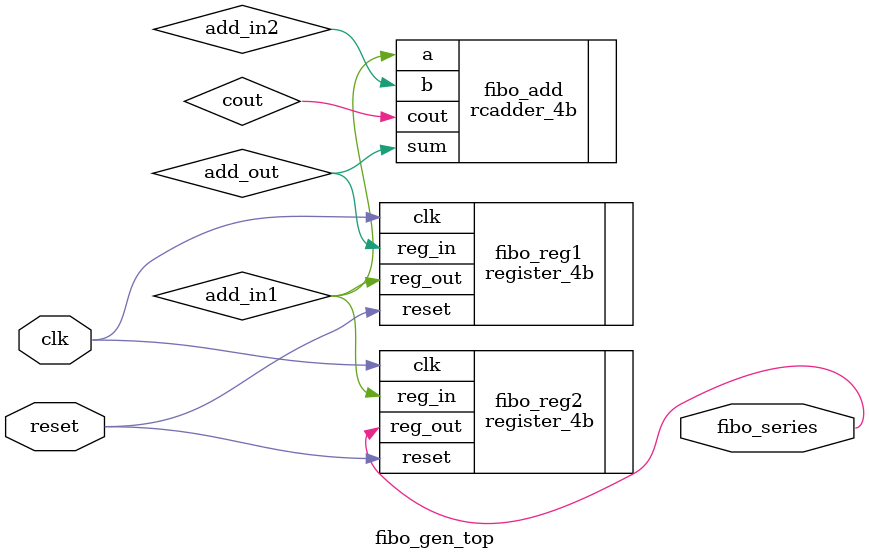
<source format=v>

module fibo_gen_top(
  input clk, reset,
  output reg fibo_series
);
	
  wire  add_out, cout;
  reg   add_in1;
  
  rcadder_4b fibo_add (.a(add_in1), .b(add_in2), .cout(cout), .sum(add_out));
  register_4b #(.rst_value(4'b0000)) fibo_reg1 (.clk(clk), .reset(reset), .reg_in(add_out), .reg_out(add_in1));
  register_4b #(.rst_value(4'b0001)) fibo_reg2 (.clk(clk), .reset(reset), .reg_in(add_in1), .reg_out(fibo_series));
  
endmodule

</source>
